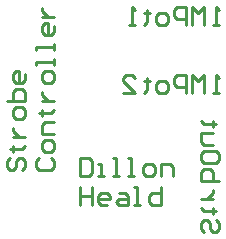
<source format=gbo>
G04 Layer_Color=32896*
%FSLAX44Y44*%
%MOMM*%
G71*
G01*
G75*
%ADD23C,0.2540*%
D23*
X10386Y72697D02*
X7847Y70157D01*
Y65079D01*
X10386Y62540D01*
X12925D01*
X15464Y65079D01*
Y70157D01*
X18004Y72697D01*
X20543D01*
X23082Y70157D01*
Y65079D01*
X20543Y62540D01*
X10386Y80314D02*
X12925D01*
Y77775D01*
Y82853D01*
Y80314D01*
X20543D01*
X23082Y82853D01*
X12925Y90471D02*
X23082D01*
X18004D01*
X15464Y93010D01*
X12925Y95549D01*
Y98089D01*
X23082Y108245D02*
Y113324D01*
X20543Y115863D01*
X15464D01*
X12925Y113324D01*
Y108245D01*
X15464Y105706D01*
X20543D01*
X23082Y108245D01*
X7847Y120941D02*
X23082D01*
Y128559D01*
X20543Y131098D01*
X18004D01*
X15464D01*
X12925Y128559D01*
Y120941D01*
X23082Y143794D02*
Y138715D01*
X20543Y136176D01*
X15464D01*
X12925Y138715D01*
Y143794D01*
X15464Y146333D01*
X18004D01*
Y136176D01*
X34764Y72697D02*
X32225Y70157D01*
Y65079D01*
X34764Y62540D01*
X44921D01*
X47460Y65079D01*
Y70157D01*
X44921Y72697D01*
X47460Y80314D02*
Y85393D01*
X44921Y87932D01*
X39843D01*
X37303Y85393D01*
Y80314D01*
X39843Y77775D01*
X44921D01*
X47460Y80314D01*
Y93010D02*
X37303D01*
Y100628D01*
X39843Y103167D01*
X47460D01*
X34764Y110784D02*
X37303D01*
Y108245D01*
Y113324D01*
Y110784D01*
X44921D01*
X47460Y113324D01*
X37303Y120941D02*
X47460D01*
X42382D01*
X39843Y123480D01*
X37303Y126019D01*
Y128559D01*
X47460Y138715D02*
Y143794D01*
X44921Y146333D01*
X39843D01*
X37303Y143794D01*
Y138715D01*
X39843Y136176D01*
X44921D01*
X47460Y138715D01*
Y151411D02*
Y156490D01*
Y153950D01*
X32225D01*
Y151411D01*
X47460Y164107D02*
Y169186D01*
Y166646D01*
X32225D01*
Y164107D01*
X47460Y184421D02*
Y179342D01*
X44921Y176803D01*
X39843D01*
X37303Y179342D01*
Y184421D01*
X39843Y186960D01*
X42382D01*
Y176803D01*
X37303Y192038D02*
X47460D01*
X42382D01*
X39843Y194577D01*
X37303Y197116D01*
Y199656D01*
X70040Y72153D02*
Y56918D01*
X77657D01*
X80197Y59457D01*
Y69614D01*
X77657Y72153D01*
X70040D01*
X85275Y56918D02*
X90353D01*
X87814D01*
Y67075D01*
X85275D01*
X97971Y56918D02*
X103049D01*
X100510D01*
Y72153D01*
X97971D01*
X110667Y56918D02*
X115745D01*
X113206D01*
Y72153D01*
X110667D01*
X125902Y56918D02*
X130980D01*
X133519Y59457D01*
Y64536D01*
X130980Y67075D01*
X125902D01*
X123363Y64536D01*
Y59457D01*
X125902Y56918D01*
X138598D02*
Y67075D01*
X146215D01*
X148755Y64536D01*
Y56918D01*
X70040Y47775D02*
Y32540D01*
Y40157D01*
X80197D01*
Y47775D01*
Y32540D01*
X92893D02*
X87814D01*
X85275Y35079D01*
Y40157D01*
X87814Y42697D01*
X92893D01*
X95432Y40157D01*
Y37618D01*
X85275D01*
X103049Y42697D02*
X108128D01*
X110667Y40157D01*
Y32540D01*
X103049D01*
X100510Y35079D01*
X103049Y37618D01*
X110667D01*
X115745Y32540D02*
X120824D01*
X118284D01*
Y47775D01*
X115745D01*
X138598D02*
Y32540D01*
X130980D01*
X128441Y35079D01*
Y40157D01*
X130980Y42697D01*
X138598D01*
X185196Y20157D02*
X187735Y17617D01*
Y12539D01*
X185196Y10000D01*
X182657D01*
X180117Y12539D01*
Y17617D01*
X177578Y20157D01*
X175039D01*
X172500Y17617D01*
Y12539D01*
X175039Y10000D01*
X185196Y27774D02*
X182657D01*
Y25235D01*
Y30313D01*
Y27774D01*
X175039D01*
X172500Y30313D01*
X182657Y37931D02*
X172500D01*
X177578D01*
X180117Y40470D01*
X182657Y43009D01*
Y45549D01*
X187735Y53166D02*
X172500D01*
Y60784D01*
X175039Y63323D01*
X177578D01*
X180117D01*
X182657Y60784D01*
Y53166D01*
X187735Y76019D02*
Y70940D01*
X185196Y68401D01*
X175039D01*
X172500Y70940D01*
Y76019D01*
X175039Y78558D01*
X185196D01*
X187735Y76019D01*
X182657Y83636D02*
X175039D01*
X172500Y86175D01*
Y93793D01*
X182657D01*
X185196Y101410D02*
X182657D01*
Y98871D01*
Y103950D01*
Y101410D01*
X175039D01*
X172500Y103950D01*
X187500Y185000D02*
X182422D01*
X184961D01*
Y200235D01*
X187500Y197696D01*
X174804Y185000D02*
Y200235D01*
X169726Y195157D01*
X164647Y200235D01*
Y185000D01*
X159569D02*
Y200235D01*
X151952D01*
X149412Y197696D01*
Y192617D01*
X151952Y190078D01*
X159569D01*
X141795Y185000D02*
X136716D01*
X134177Y187539D01*
Y192617D01*
X136716Y195157D01*
X141795D01*
X144334Y192617D01*
Y187539D01*
X141795Y185000D01*
X126560Y197696D02*
Y195157D01*
X129099D01*
X124021D01*
X126560D01*
Y187539D01*
X124021Y185000D01*
X116403D02*
X111325D01*
X113864D01*
Y200235D01*
X116403Y197696D01*
X187500Y127500D02*
X182422D01*
X184961D01*
Y142735D01*
X187500Y140196D01*
X174804Y127500D02*
Y142735D01*
X169726Y137657D01*
X164647Y142735D01*
Y127500D01*
X159569D02*
Y142735D01*
X151952D01*
X149412Y140196D01*
Y135118D01*
X151952Y132578D01*
X159569D01*
X141795Y127500D02*
X136716D01*
X134177Y130039D01*
Y135118D01*
X136716Y137657D01*
X141795D01*
X144334Y135118D01*
Y130039D01*
X141795Y127500D01*
X126560Y140196D02*
Y137657D01*
X129099D01*
X124021D01*
X126560D01*
Y130039D01*
X124021Y127500D01*
X106246D02*
X116403D01*
X106246Y137657D01*
Y140196D01*
X108785Y142735D01*
X113864D01*
X116403Y140196D01*
M02*

</source>
